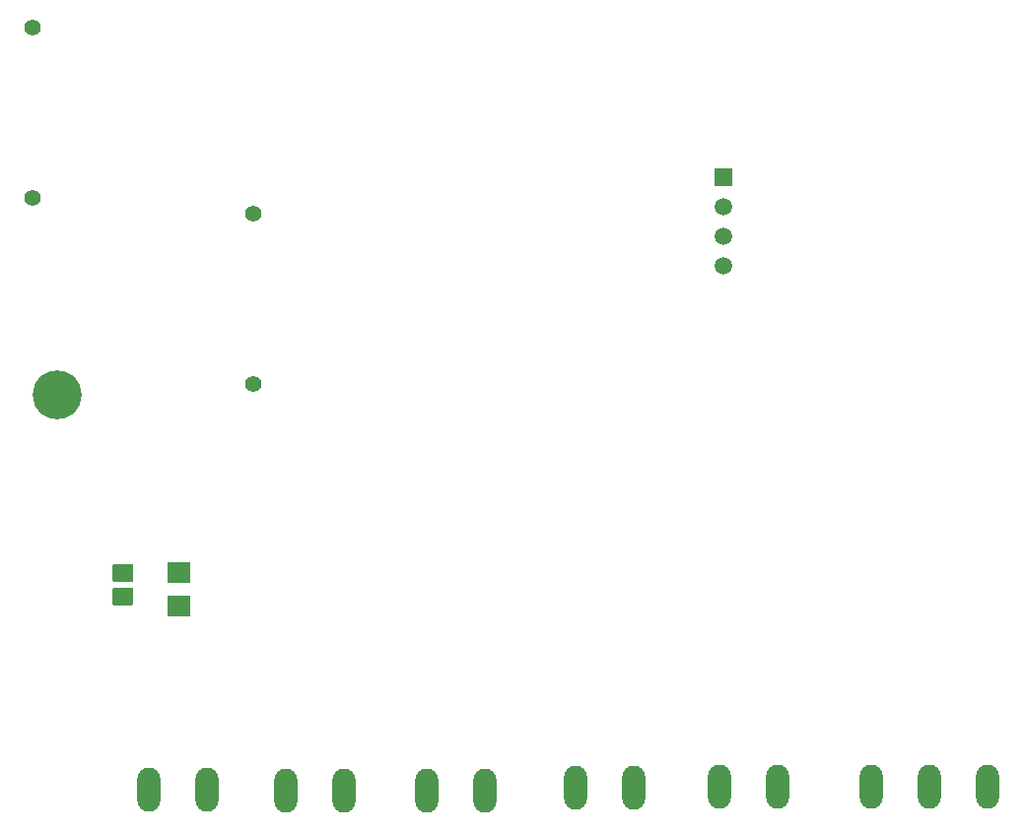
<source format=gbr>
%TF.GenerationSoftware,KiCad,Pcbnew,(5.1.10)-1*%
%TF.CreationDate,2021-08-27T14:28:01+05:30*%
%TF.ProjectId,CZTBoardV3,435a5442-6f61-4726-9456-332e6b696361,rev?*%
%TF.SameCoordinates,Original*%
%TF.FileFunction,Soldermask,Bot*%
%TF.FilePolarity,Negative*%
%FSLAX46Y46*%
G04 Gerber Fmt 4.6, Leading zero omitted, Abs format (unit mm)*
G04 Created by KiCad (PCBNEW (5.1.10)-1) date 2021-08-27 14:28:01*
%MOMM*%
%LPD*%
G01*
G04 APERTURE LIST*
%ADD10O,1.993900X3.784600*%
%ADD11C,1.500000*%
%ADD12R,1.500000X1.500000*%
%ADD13C,4.203200*%
%ADD14C,1.422400*%
G04 APERTURE END LIST*
D10*
%TO.C,X6*%
X204090000Y-143240000D03*
X199090000Y-143240000D03*
X194090000Y-143240000D03*
%TD*%
%TO.C,X5*%
X185990000Y-143220000D03*
X180990000Y-143220000D03*
%TD*%
%TO.C,X4*%
X173690000Y-143320000D03*
X168690000Y-143320000D03*
%TD*%
%TO.C,X3*%
X160890000Y-143520000D03*
X155890000Y-143520000D03*
%TD*%
%TO.C,X2*%
X148790000Y-143520000D03*
X143790000Y-143520000D03*
%TD*%
%TO.C,X1*%
X136990000Y-143450000D03*
X131990000Y-143450000D03*
%TD*%
D11*
%TO.C,U4*%
X181350000Y-98440000D03*
X181350000Y-95900000D03*
X181350000Y-93360000D03*
D12*
X181350000Y-90820000D03*
%TD*%
D13*
%TO.C,U1*%
X124090000Y-109530000D03*
D14*
X122026400Y-92579500D03*
X122026400Y-77974500D03*
X141020000Y-108582500D03*
X141020000Y-93977500D03*
%TD*%
%TO.C,R20*%
G36*
G01*
X135491500Y-128573600D02*
X133688500Y-128573600D01*
G75*
G02*
X133586900Y-128472000I0J101600D01*
G01*
X133586900Y-126872000D01*
G75*
G02*
X133688500Y-126770400I101600J0D01*
G01*
X135491500Y-126770400D01*
G75*
G02*
X135593100Y-126872000I0J-101600D01*
G01*
X135593100Y-128472000D01*
G75*
G02*
X135491500Y-128573600I-101600J0D01*
G01*
G37*
G36*
G01*
X135491500Y-125729600D02*
X133688500Y-125729600D01*
G75*
G02*
X133586900Y-125628000I0J101600D01*
G01*
X133586900Y-124028000D01*
G75*
G02*
X133688500Y-123926400I101600J0D01*
G01*
X135491500Y-123926400D01*
G75*
G02*
X135593100Y-124028000I0J-101600D01*
G01*
X135593100Y-125628000D01*
G75*
G02*
X135491500Y-125729600I-101600J0D01*
G01*
G37*
%TD*%
%TO.C,C10*%
G36*
G01*
X130590000Y-125601600D02*
X128990000Y-125601600D01*
G75*
G02*
X128888400Y-125500000I0J101600D01*
G01*
X128888400Y-124200000D01*
G75*
G02*
X128990000Y-124098400I101600J0D01*
G01*
X130590000Y-124098400D01*
G75*
G02*
X130691600Y-124200000I0J-101600D01*
G01*
X130691600Y-125500000D01*
G75*
G02*
X130590000Y-125601600I-101600J0D01*
G01*
G37*
G36*
G01*
X130590000Y-127601600D02*
X128990000Y-127601600D01*
G75*
G02*
X128888400Y-127500000I0J101600D01*
G01*
X128888400Y-126200000D01*
G75*
G02*
X128990000Y-126098400I101600J0D01*
G01*
X130590000Y-126098400D01*
G75*
G02*
X130691600Y-126200000I0J-101600D01*
G01*
X130691600Y-127500000D01*
G75*
G02*
X130590000Y-127601600I-101600J0D01*
G01*
G37*
%TD*%
M02*

</source>
